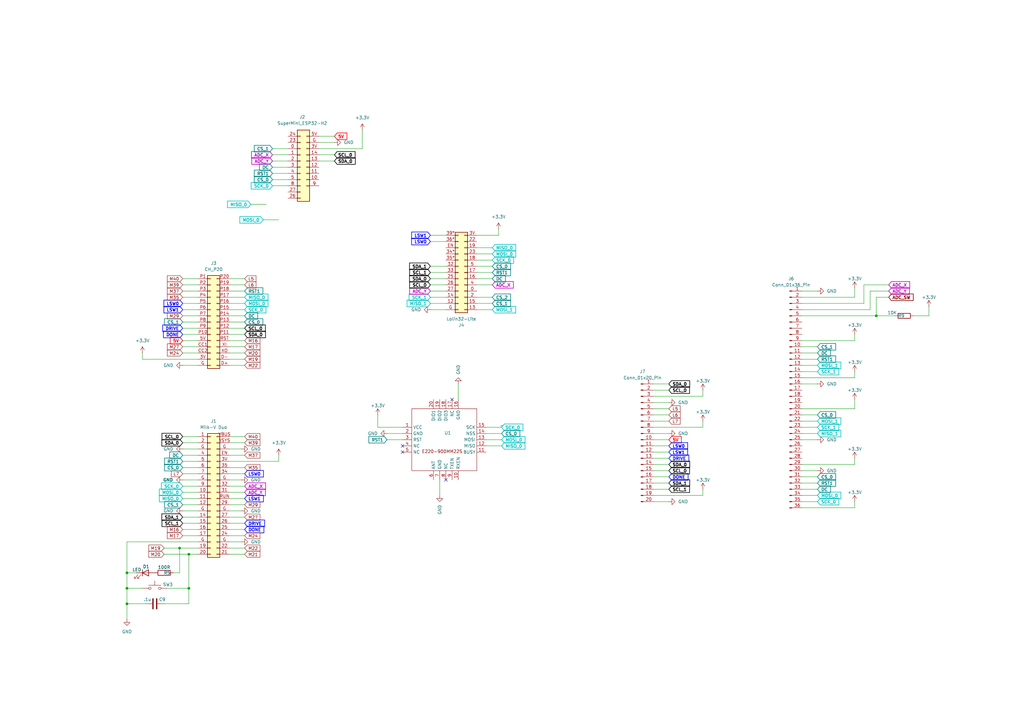
<source format=kicad_sch>
(kicad_sch (version 20250114) (generator "eeschema") (generator_version "9.0")
  (paper "A3")
  (junction (at 359.41 129.54))
  (junction (at 52.07 247.65))
  (junction (at 77.47 241.3))
  (junction (at 77.47 227.33))
  (junction (at 52.07 241.3))
  (junction (at 52.07 234.95))
  (junction (at 73.66 224.79))
  (no_connect (at 182.88 196.85))
  (no_connect (at 165.1 182.88))
  (no_connect (at 165.1 185.42))
  (no_connect (at 185.42 163.83))
  (wire (pts (xy 328.93 154.94) (xy 350.52 154.94)))
  (wire (pts (xy 328.93 152.4) (xy 335.28 152.4)))
  (wire (pts (xy 176.53 124.46) (xy 182.88 124.46)))
  (wire (pts (xy 137.16 55.88) (xy 130.81 55.88)))
  (wire (pts (xy 114.3 186.69) (xy 114.3 189.23)))
  (wire (pts (xy 328.93 121.92) (xy 350.52 121.92)))
  (wire (pts (xy 350.52 190.5) (xy 350.52 187.96)))
  (wire (pts (xy 74.93 196.85) (xy 81.28 196.85)))
  (wire (pts (xy 267.97 195.58) (xy 274.32 195.58)))
  (wire (pts (xy 201.93 106.68) (xy 195.58 106.68)))
  (wire (pts (xy 100.33 119.38) (xy 93.98 119.38)))
  (wire (pts (xy 77.47 247.65) (xy 77.47 241.3)))
  (wire (pts (xy 328.93 157.48) (xy 335.28 157.48)))
  (wire (pts (xy 201.93 104.14) (xy 195.58 104.14)))
  (wire (pts (xy 118.11 66.04) (xy 111.76 66.04)))
  (wire (pts (xy 205.74 182.88) (xy 199.39 182.88)))
  (wire (pts (xy 74.93 181.61) (xy 81.28 181.61)))
  (wire (pts (xy 182.88 114.3) (xy 176.53 114.3)))
  (wire (pts (xy 267.97 182.88) (xy 274.32 182.88)))
  (wire (pts (xy 148.59 53.34) (xy 148.59 60.96)))
  (wire (pts (xy 187.96 163.83) (xy 187.96 157.48)))
  (wire (pts (xy 328.93 119.38) (xy 335.28 119.38)))
  (wire (pts (xy 204.47 93.98) (xy 204.47 96.52)))
  (wire (pts (xy 93.98 114.3) (xy 100.33 114.3)))
  (wire (pts (xy 52.07 247.65) (xy 59.69 247.65)))
  (wire (pts (xy 328.93 139.7) (xy 350.52 139.7)))
  (wire (pts (xy 58.42 144.78) (xy 58.42 147.32)))
  (wire (pts (xy 182.88 119.38) (xy 176.53 119.38)))
  (wire (pts (xy 52.07 241.3) (xy 52.07 247.65)))
  (wire (pts (xy 93.98 147.32) (xy 100.33 147.32)))
  (wire (pts (xy 328.93 198.12) (xy 335.28 198.12)))
  (wire (pts (xy 74.93 149.86) (xy 81.28 149.86)))
  (wire (pts (xy 52.07 241.3) (xy 58.42 241.3)))
  (wire (pts (xy 74.93 139.7) (xy 81.28 139.7)))
  (wire (pts (xy 68.58 241.3) (xy 77.47 241.3)))
  (wire (pts (xy 165.1 177.8) (xy 158.75 177.8)))
  (wire (pts (xy 328.93 200.66) (xy 335.28 200.66)))
  (wire (pts (xy 130.81 63.5) (xy 137.16 63.5)))
  (wire (pts (xy 93.98 181.61) (xy 100.33 181.61)))
  (wire (pts (xy 93.98 219.71) (xy 100.33 219.71)))
  (wire (pts (xy 328.93 149.86) (xy 335.28 149.86)))
  (wire (pts (xy 350.52 154.94) (xy 350.52 152.4)))
  (wire (pts (xy 274.32 180.34) (xy 267.97 180.34)))
  (wire (pts (xy 328.93 124.46) (xy 354.33 124.46)))
  (wire (pts (xy 93.98 191.77) (xy 100.33 191.77)))
  (wire (pts (xy 93.98 224.79) (xy 100.33 224.79)))
  (wire (pts (xy 74.93 214.63) (xy 81.28 214.63)))
  (wire (pts (xy 201.93 121.92) (xy 195.58 121.92)))
  (wire (pts (xy 93.98 214.63) (xy 100.33 214.63)))
  (wire (pts (xy 350.52 139.7) (xy 350.52 137.16)))
  (wire (pts (xy 182.88 99.06) (xy 176.53 99.06)))
  (wire (pts (xy 288.29 172.72) (xy 288.29 175.26)))
  (wire (pts (xy 180.34 196.85) (xy 180.34 203.2)))
  (wire (pts (xy 100.33 137.16) (xy 93.98 137.16)))
  (wire (pts (xy 182.88 109.22) (xy 176.53 109.22)))
  (wire (pts (xy 176.53 127) (xy 182.88 127)))
  (wire (pts (xy 267.97 177.8) (xy 274.32 177.8)))
  (wire (pts (xy 182.88 111.76) (xy 176.53 111.76)))
  (wire (pts (xy 52.07 234.95) (xy 52.07 241.3)))
  (wire (pts (xy 81.28 142.24) (xy 74.93 142.24)))
  (wire (pts (xy 93.98 199.39) (xy 100.33 199.39)))
  (wire (pts (xy 93.98 179.07) (xy 100.33 179.07)))
  (wire (pts (xy 328.93 129.54) (xy 359.41 129.54)))
  (wire (pts (xy 359.41 121.92) (xy 364.49 121.92)))
  (wire (pts (xy 130.81 60.96) (xy 148.59 60.96)))
  (wire (pts (xy 81.28 147.32) (xy 58.42 147.32)))
  (wire (pts (xy 93.98 207.01) (xy 100.33 207.01)))
  (wire (pts (xy 73.66 224.79) (xy 67.31 224.79)))
  (wire (pts (xy 201.93 111.76) (xy 195.58 111.76)))
  (wire (pts (xy 74.93 184.15) (xy 81.28 184.15)))
  (wire (pts (xy 328.93 170.18) (xy 335.28 170.18)))
  (wire (pts (xy 267.97 200.66) (xy 274.32 200.66)))
  (wire (pts (xy 74.93 212.09) (xy 81.28 212.09)))
  (wire (pts (xy 350.52 208.28) (xy 350.52 205.74)))
  (wire (pts (xy 111.76 76.2) (xy 118.11 76.2)))
  (wire (pts (xy 267.97 165.1) (xy 274.32 165.1)))
  (wire (pts (xy 195.58 116.84) (xy 201.93 116.84)))
  (wire (pts (xy 93.98 116.84) (xy 100.33 116.84)))
  (wire (pts (xy 74.93 189.23) (xy 81.28 189.23)))
  (wire (pts (xy 93.98 189.23) (xy 114.3 189.23)))
  (wire (pts (xy 328.93 203.2) (xy 335.28 203.2)))
  (wire (pts (xy 328.93 142.24) (xy 335.28 142.24)))
  (wire (pts (xy 201.93 109.22) (xy 195.58 109.22)))
  (wire (pts (xy 74.93 204.47) (xy 81.28 204.47)))
  (wire (pts (xy 81.28 224.79) (xy 73.66 224.79)))
  (wire (pts (xy 267.97 198.12) (xy 274.32 198.12)))
  (wire (pts (xy 93.98 139.7) (xy 100.33 139.7)))
  (wire (pts (xy 350.52 167.64) (xy 350.52 163.83)))
  (wire (pts (xy 52.07 222.25) (xy 52.07 234.95)))
  (wire (pts (xy 267.97 205.74) (xy 274.32 205.74)))
  (wire (pts (xy 99.06 209.55) (xy 93.98 209.55)))
  (wire (pts (xy 328.93 127) (xy 356.87 127)))
  (wire (pts (xy 328.93 180.34) (xy 335.28 180.34)))
  (wire (pts (xy 102.87 83.82) (xy 109.22 83.82)))
  (wire (pts (xy 93.98 201.93) (xy 100.33 201.93)))
  (wire (pts (xy 288.29 200.66) (xy 288.29 203.2)))
  (wire (pts (xy 130.81 66.04) (xy 137.16 66.04)))
  (wire (pts (xy 99.06 196.85) (xy 93.98 196.85)))
  (wire (pts (xy 350.52 118.11) (xy 350.52 121.92)))
  (wire (pts (xy 201.93 101.6) (xy 195.58 101.6)))
  (wire (pts (xy 354.33 116.84) (xy 364.49 116.84)))
  (wire (pts (xy 81.28 219.71) (xy 74.93 219.71)))
  (wire (pts (xy 328.93 193.04) (xy 335.28 193.04)))
  (wire (pts (xy 182.88 96.52) (xy 176.53 96.52)))
  (wire (pts (xy 93.98 194.31) (xy 100.33 194.31)))
  (wire (pts (xy 205.74 180.34) (xy 199.39 180.34)))
  (wire (pts (xy 328.93 172.72) (xy 335.28 172.72)))
  (wire (pts (xy 74.93 209.55) (xy 81.28 209.55)))
  (wire (pts (xy 267.97 170.18) (xy 274.32 170.18)))
  (wire (pts (xy 118.11 68.58) (xy 111.76 68.58)))
  (wire (pts (xy 73.66 224.79) (xy 73.66 234.95)))
  (wire (pts (xy 100.33 121.92) (xy 93.98 121.92)))
  (wire (pts (xy 93.98 217.17) (xy 100.33 217.17)))
  (wire (pts (xy 328.93 208.28) (xy 350.52 208.28)))
  (wire (pts (xy 55.88 234.95) (xy 52.07 234.95)))
  (wire (pts (xy 81.28 116.84) (xy 74.93 116.84)))
  (wire (pts (xy 74.93 179.07) (xy 81.28 179.07)))
  (wire (pts (xy 328.93 144.78) (xy 335.28 144.78)))
  (wire (pts (xy 100.33 127) (xy 93.98 127)))
  (wire (pts (xy 93.98 212.09) (xy 100.33 212.09)))
  (wire (pts (xy 100.33 129.54) (xy 93.98 129.54)))
  (wire (pts (xy 74.93 199.39) (xy 81.28 199.39)))
  (wire (pts (xy 328.93 177.8) (xy 335.28 177.8)))
  (wire (pts (xy 356.87 119.38) (xy 356.87 127)))
  (wire (pts (xy 107.95 90.17) (xy 114.3 90.17)))
  (wire (pts (xy 81.28 124.46) (xy 74.93 124.46)))
  (wire (pts (xy 111.76 63.5) (xy 118.11 63.5)))
  (wire (pts (xy 288.29 203.2) (xy 267.97 203.2)))
  (wire (pts (xy 81.28 119.38) (xy 74.93 119.38)))
  (wire (pts (xy 100.33 134.62) (xy 93.98 134.62)))
  (wire (pts (xy 93.98 186.69) (xy 100.33 186.69)))
  (wire (pts (xy 359.41 121.92) (xy 359.41 129.54)))
  (wire (pts (xy 77.47 227.33) (xy 67.31 227.33)))
  (wire (pts (xy 74.93 186.69) (xy 81.28 186.69)))
  (wire (pts (xy 201.93 114.3) (xy 195.58 114.3)))
  (wire (pts (xy 100.33 132.08) (xy 93.98 132.08)))
  (wire (pts (xy 267.97 160.02) (xy 274.32 160.02)))
  (wire (pts (xy 93.98 149.86) (xy 100.33 149.86)))
  (wire (pts (xy 111.76 71.12) (xy 118.11 71.12)))
  (wire (pts (xy 52.07 247.65) (xy 52.07 254)))
  (wire (pts (xy 158.75 180.34) (xy 165.1 180.34)))
  (wire (pts (xy 93.98 144.78) (xy 100.33 144.78)))
  (wire (pts (xy 74.93 132.08) (xy 81.28 132.08)))
  (wire (pts (xy 195.58 96.52) (xy 204.47 96.52)))
  (wire (pts (xy 328.93 147.32) (xy 335.28 147.32)))
  (wire (pts (xy 288.29 175.26) (xy 267.97 175.26)))
  (wire (pts (xy 288.29 162.56) (xy 267.97 162.56)))
  (wire (pts (xy 73.66 234.95) (xy 71.12 234.95)))
  (wire (pts (xy 328.93 195.58) (xy 335.28 195.58)))
  (wire (pts (xy 267.97 193.04) (xy 274.32 193.04)))
  (wire (pts (xy 201.93 127) (xy 195.58 127)))
  (wire (pts (xy 81.28 144.78) (xy 74.93 144.78)))
  (wire (pts (xy 359.41 129.54) (xy 367.03 129.54)))
  (wire (pts (xy 93.98 204.47) (xy 100.33 204.47)))
  (wire (pts (xy 100.33 124.46) (xy 93.98 124.46)))
  (wire (pts (xy 52.07 222.25) (xy 81.28 222.25)))
  (wire (pts (xy 81.28 114.3) (xy 74.93 114.3)))
  (wire (pts (xy 74.93 191.77) (xy 81.28 191.77)))
  (wire (pts (xy 81.28 194.31) (xy 74.93 194.31)))
  (wire (pts (xy 81.28 134.62) (xy 74.93 134.62)))
  (wire (pts (xy 77.47 227.33) (xy 77.47 241.3)))
  (wire (pts (xy 374.65 129.54) (xy 381 129.54)))
  (wire (pts (xy 328.93 205.74) (xy 335.28 205.74)))
  (wire (pts (xy 267.97 190.5) (xy 274.32 190.5)))
  (wire (pts (xy 81.28 137.16) (xy 74.93 137.16)))
  (wire (pts (xy 328.93 190.5) (xy 350.52 190.5)))
  (wire (pts (xy 154.94 170.18) (xy 154.94 175.26)))
  (wire (pts (xy 130.81 58.42) (xy 137.16 58.42)))
  (wire (pts (xy 288.29 160.02) (xy 288.29 162.56)))
  (wire (pts (xy 182.88 116.84) (xy 176.53 116.84)))
  (wire (pts (xy 328.93 175.26) (xy 335.28 175.26)))
  (wire (pts (xy 267.97 157.48) (xy 274.32 157.48)))
  (wire (pts (xy 267.97 167.64) (xy 274.32 167.64)))
  (wire (pts (xy 99.06 222.25) (xy 93.98 222.25)))
  (wire (pts (xy 77.47 227.33) (xy 81.28 227.33)))
  (wire (pts (xy 81.28 217.17) (xy 74.93 217.17)))
  (wire (pts (xy 74.93 207.01) (xy 81.28 207.01)))
  (wire (pts (xy 93.98 142.24) (xy 100.33 142.24)))
  (wire (pts (xy 99.06 184.15) (xy 93.98 184.15)))
  (wire (pts (xy 205.74 177.8) (xy 199.39 177.8)))
  (wire (pts (xy 267.97 187.96) (xy 274.32 187.96)))
  (wire (pts (xy 267.97 185.42) (xy 274.32 185.42)))
  (wire (pts (xy 205.74 175.26) (xy 199.39 175.26)))
  (wire (pts (xy 111.76 73.66) (xy 118.11 73.66)))
  (wire (pts (xy 81.28 121.92) (xy 74.93 121.92)))
  (wire (pts (xy 356.87 119.38) (xy 364.49 119.38)))
  (wire (pts (xy 93.98 227.33) (xy 100.33 227.33)))
  (wire (pts (xy 81.28 127) (xy 74.93 127)))
  (wire (pts (xy 67.31 247.65) (xy 77.47 247.65)))
  (wire (pts (xy 111.76 60.96) (xy 118.11 60.96)))
  (wire (pts (xy 201.93 124.46) (xy 195.58 124.46)))
  (wire (pts (xy 81.28 129.54) (xy 74.93 129.54)))
  (wire (pts (xy 328.93 167.64) (xy 350.52 167.64)))
  (wire (pts (xy 267.97 172.72) (xy 274.32 172.72)))
  (wire (pts (xy 381 125.73) (xy 381 129.54)))
  (wire (pts (xy 354.33 116.84) (xy 354.33 124.46)))
  (wire (pts (xy 154.94 175.26) (xy 165.1 175.26)))
  (wire (pts (xy 176.53 121.92) (xy 182.88 121.92)))
  (wire (pts (xy 74.93 201.93) (xy 81.28 201.93)))
  (global_label "MOSI_0" (shape input) (at 201.93 104.14 0) (effects (font (thickness 0.254) (bold yes))) (property "Intersheetrefs" "${INTERSHEET_REFS}" (effects (hide yes))))
  (global_label "SCL_0" (shape input) (at 74.93 179.07 180) (effects (font (thickness 0.254) (bold yes))) (property "Intersheetrefs" "${INTERSHEET_REFS}" (effects (hide yes))))
  (global_label "M20" (shape input) (at 67.31 227.33 180) (effects (font (thickness 0.1588))) (property "Intersheetrefs" "${INTERSHEET_REFS}" (effects (hide yes))))
  (global_label "SCL_1" (shape input) (at 176.53 111.76 180) (effects (font (thickness 0.254) (bold yes))) (property "Intersheetrefs" "${INTERSHEET_REFS}" (effects (hide yes))))
  (global_label "M20" (shape input) (at 100.33 144.78 0) (effects (font (thickness 0.1588))) (property "Intersheetrefs" "${INTERSHEET_REFS}" (effects (hide yes))))
  (global_label "MISO_0" (shape input) (at 100.33 121.92 0) (effects (font (thickness 0.254) (bold yes))) (property "Intersheetrefs" "${INTERSHEET_REFS}" (effects (hide yes))))
  (global_label "SDA_0" (shape input) (at 137.16 66.04 0) (effects (font (thickness 0.254) (bold yes))) (property "Intersheetrefs" "${INTERSHEET_REFS}" (effects (hide yes))))
  (global_label "M16" (shape input) (at 74.93 217.17 180) (effects (font (thickness 0.1588))) (property "Intersheetrefs" "${INTERSHEET_REFS}" (effects (hide yes))))
  (global_label "ADC_SW" (shape input) (at 364.49 121.92 0) (effects (font (thickness 0.254) (bold yes))) (property "Intersheetrefs" "${INTERSHEET_REFS}" (effects (hide yes))))
  (global_label "DC" (shape input) (at 335.28 144.78 0) (effects (font (thickness 0.254) (bold yes))) (property "Intersheetrefs" "${INTERSHEET_REFS}" (effects (hide yes))))
  (global_label "SCL_0" (shape input) (at 274.32 160.02 0) (effects (font (thickness 0.254) (bold yes))) (property "Intersheetrefs" "${INTERSHEET_REFS}" (effects (hide yes))))
  (global_label "DC" (shape input) (at 74.93 186.69 180) (effects (font (thickness 0.254) (bold yes))) (property "Intersheetrefs" "${INTERSHEET_REFS}" (effects (hide yes))))
  (global_label "MOSI_0" (shape input) (at 107.95 90.17 180) (effects (font (thickness 0.254) (bold yes))) (property "Intersheetrefs" "${INTERSHEET_REFS}" (effects (hide yes))))
  (global_label "L6" (shape input) (at 100.33 116.84 0) (effects (font (thickness 0.1588))) (property "Intersheetrefs" "${INTERSHEET_REFS}" (effects (hide yes))))
  (global_label "RST1" (shape input) (at 158.75 180.34 180) (effects (font (thickness 0.254) (bold yes))) (property "Intersheetrefs" "${INTERSHEET_REFS}" (effects (hide yes))))
  (global_label "L6" (shape input) (at 274.32 170.18 0) (effects (font (thickness 0.1588))) (property "Intersheetrefs" "${INTERSHEET_REFS}" (effects (hide yes))))
  (global_label "SDA_1" (shape input) (at 274.32 198.12 0) (effects (font (thickness 0.254) (bold yes))) (property "Intersheetrefs" "${INTERSHEET_REFS}" (effects (hide yes))))
  (global_label "LSW1" (shape input) (at 100.33 204.47 0) (effects (font (thickness 0.254) (bold yes))) (property "Intersheetrefs" "${INTERSHEET_REFS}" (effects (hide yes))))
  (global_label "M17" (shape input) (at 100.33 142.24 0) (effects (font (thickness 0.1588))) (property "Intersheetrefs" "${INTERSHEET_REFS}" (effects (hide yes))))
  (global_label "LSW1" (shape input) (at 176.53 96.52 180) (effects (font (thickness 0.254) (bold yes))) (property "Intersheetrefs" "${INTERSHEET_REFS}" (effects (hide yes))))
  (global_label "CS_0" (shape input) (at 335.28 170.18 0) (effects (font (thickness 0.254) (bold yes))) (property "Intersheetrefs" "${INTERSHEET_REFS}" (effects (hide yes))))
  (global_label "ADC_X" (shape input) (at 364.49 116.84 0) (effects (font (thickness 0.254) (bold yes))) (property "Intersheetrefs" "${INTERSHEET_REFS}" (effects (hide yes))))
  (global_label "M17" (shape input) (at 74.93 219.71 180) (effects (font (thickness 0.1588))) (property "Intersheetrefs" "${INTERSHEET_REFS}" (effects (hide yes))))
  (global_label "RST1" (shape input) (at 100.33 119.38 0) (effects (font (thickness 0.254) (bold yes))) (property "Intersheetrefs" "${INTERSHEET_REFS}" (effects (hide yes))))
  (global_label "DC" (shape input) (at 335.28 200.66 0) (effects (font (thickness 0.254) (bold yes))) (property "Intersheetrefs" "${INTERSHEET_REFS}" (effects (hide yes))))
  (global_label "CS_1" (shape input) (at 335.28 142.24 0) (effects (font (thickness 0.254) (bold yes))) (property "Intersheetrefs" "${INTERSHEET_REFS}" (effects (hide yes))))
  (global_label "LSW0" (shape input) (at 74.93 124.46 180) (effects (font (thickness 0.254) (bold yes))) (property "Intersheetrefs" "${INTERSHEET_REFS}" (effects (hide yes))))
  (global_label "SCK_0" (shape input) (at 335.28 205.74 0) (effects (font (thickness 0.254) (bold yes))) (property "Intersheetrefs" "${INTERSHEET_REFS}" (effects (hide yes))))
  (global_label "M29" (shape input) (at 100.33 207.01 0) (effects (font (thickness 0.1588))) (property "Intersheetrefs" "${INTERSHEET_REFS}" (effects (hide yes))))
  (global_label "SDA_0" (shape input) (at 100.33 137.16 0) (effects (font (thickness 0.254) (bold yes))) (property "Intersheetrefs" "${INTERSHEET_REFS}" (effects (hide yes))))
  (global_label "MISO_0" (shape input) (at 205.74 182.88 0) (effects (font (thickness 0.254) (bold yes))) (property "Intersheetrefs" "${INTERSHEET_REFS}" (effects (hide yes))))
  (global_label "M16" (shape input) (at 100.33 139.7 0) (effects (font (thickness 0.1588))) (property "Intersheetrefs" "${INTERSHEET_REFS}" (effects (hide yes))))
  (global_label "5V" (shape input) (at 137.16 55.88 0) (effects (font (thickness 0.254) (bold yes))) (property "Intersheetrefs" "${INTERSHEET_REFS}" (effects (hide yes))))
  (global_label "SCL_1" (shape input) (at 74.93 214.63 180) (effects (font (thickness 0.254) (bold yes))) (property "Intersheetrefs" "${INTERSHEET_REFS}" (effects (hide yes))))
  (global_label "MOSI_1" (shape input) (at 335.28 149.86 0) (effects (font (thickness 0.254) (bold yes))) (property "Intersheetrefs" "${INTERSHEET_REFS}" (effects (hide yes))))
  (global_label "MOSI_1" (shape input) (at 201.93 127 0) (effects (font (thickness 0.254) (bold yes))) (property "Intersheetrefs" "${INTERSHEET_REFS}" (effects (hide yes))))
  (global_label "MISO_0" (shape input) (at 102.87 83.82 180) (effects (font (thickness 0.254) (bold yes))) (property "Intersheetrefs" "${INTERSHEET_REFS}" (effects (hide yes))))
  (global_label "SCK_0" (shape input) (at 201.93 106.68 0) (effects (font (thickness 0.254) (bold yes))) (property "Intersheetrefs" "${INTERSHEET_REFS}" (effects (hide yes))))
  (global_label "SCK_1" (shape input) (at 176.53 121.92 180) (effects (font (thickness 0.254) (bold yes))) (property "Intersheetrefs" "${INTERSHEET_REFS}" (effects (hide yes))))
  (global_label "SCK_1" (shape input) (at 335.28 175.26 0) (effects (font (thickness 0.254) (bold yes))) (property "Intersheetrefs" "${INTERSHEET_REFS}" (effects (hide yes))))
  (global_label "CS_0" (shape input) (at 205.74 177.8 0) (effects (font (thickness 0.254) (bold yes))) (property "Intersheetrefs" "${INTERSHEET_REFS}" (effects (hide yes))))
  (global_label "M37" (shape input) (at 74.93 119.38 180) (effects (font (thickness 0.1588))) (property "Intersheetrefs" "${INTERSHEET_REFS}" (effects (hide yes))))
  (global_label "SDA_1" (shape input) (at 176.53 109.22 180) (effects (font (thickness 0.254) (bold yes))) (property "Intersheetrefs" "${INTERSHEET_REFS}" (effects (hide yes))))
  (global_label "LSW0" (shape input) (at 274.32 182.88 0) (effects (font (thickness 0.254) (bold yes))) (property "Intersheetrefs" "${INTERSHEET_REFS}" (effects (hide yes))))
  (global_label "DC" (shape input) (at 111.76 68.58 180) (effects (font (thickness 0.254) (bold yes))) (property "Intersheetrefs" "${INTERSHEET_REFS}" (effects (hide yes))))
  (global_label "M27" (shape input) (at 100.33 212.09 0) (effects (font (thickness 0.1588))) (property "Intersheetrefs" "${INTERSHEET_REFS}" (effects (hide yes))))
  (global_label "M24" (shape input) (at 100.33 219.71 0) (effects (font (thickness 0.1588))) (property "Intersheetrefs" "${INTERSHEET_REFS}" (effects (hide yes))))
  (global_label "M21" (shape input) (at 100.33 227.33 0) (effects (font (thickness 0.1588))) (property "Intersheetrefs" "${INTERSHEET_REFS}" (effects (hide yes))))
  (global_label "M40" (shape input) (at 100.33 179.07 0) (effects (font (thickness 0.1588))) (property "Intersheetrefs" "${INTERSHEET_REFS}" (effects (hide yes))))
  (global_label "ADC_X" (shape input) (at 201.93 116.84 0) (effects (font (thickness 0.254) (bold yes))) (property "Intersheetrefs" "${INTERSHEET_REFS}" (effects (hide yes))))
  (global_label "CS_1" (shape input) (at 74.93 207.01 180) (effects (font (thickness 0.254) (bold yes))) (property "Intersheetrefs" "${INTERSHEET_REFS}" (effects (hide yes))))
  (global_label "ADC_Y" (shape input) (at 364.49 119.38 0) (effects (font (thickness 0.254) (bold yes))) (property "Intersheetrefs" "${INTERSHEET_REFS}" (effects (hide yes))))
  (global_label "DRIVE" (shape input) (at 274.32 187.96 0) (effects (font (thickness 0.254) (bold yes))) (property "Intersheetrefs" "${INTERSHEET_REFS}" (effects (hide yes))))
  (global_label "M19" (shape input) (at 67.31 224.79 180) (effects (font (thickness 0.1588))) (property "Intersheetrefs" "${INTERSHEET_REFS}" (effects (hide yes))))
  (global_label "SCL_0" (shape input) (at 137.16 63.5 0) (effects (font (thickness 0.254) (bold yes))) (property "Intersheetrefs" "${INTERSHEET_REFS}" (effects (hide yes))))
  (global_label "M22" (shape input) (at 100.33 149.86 0) (effects (font (thickness 0.1588))) (property "Intersheetrefs" "${INTERSHEET_REFS}" (effects (hide yes))))
  (global_label "SDA_0" (shape input) (at 274.32 190.5 0) (effects (font (thickness 0.254) (bold yes))) (property "Intersheetrefs" "${INTERSHEET_REFS}" (effects (hide yes))))
  (global_label "M35" (shape input) (at 74.93 121.92 180) (effects (font (thickness 0.1588))) (property "Intersheetrefs" "${INTERSHEET_REFS}" (effects (hide yes))))
  (global_label "DONE" (shape input) (at 274.32 195.58 0) (effects (font (thickness 0.254) (bold yes))) (property "Intersheetrefs" "${INTERSHEET_REFS}" (effects (hide yes))))
  (global_label "CS_1" (shape input) (at 201.93 124.46 0) (effects (font (thickness 0.254) (bold yes))) (property "Intersheetrefs" "${INTERSHEET_REFS}" (effects (hide yes))))
  (global_label "L5" (shape input) (at 274.32 167.64 0) (effects (font (thickness 0.1588))) (property "Intersheetrefs" "${INTERSHEET_REFS}" (effects (hide yes))))
  (global_label "M24" (shape input) (at 74.93 144.78 180) (effects (font (thickness 0.1588))) (property "Intersheetrefs" "${INTERSHEET_REFS}" (effects (hide yes))))
  (global_label "SCK_0" (shape input) (at 100.33 127 0) (effects (font (thickness 0.254) (bold yes))) (property "Intersheetrefs" "${INTERSHEET_REFS}" (effects (hide yes))))
  (global_label "SCK_0" (shape input) (at 74.93 199.39 180) (effects (font (thickness 0.254) (bold yes))) (property "Intersheetrefs" "${INTERSHEET_REFS}" (effects (hide yes))))
  (global_label "CS_1" (shape input) (at 111.76 60.96 180) (effects (font (thickness 0.254) (bold yes))) (property "Intersheetrefs" "${INTERSHEET_REFS}" (effects (hide yes))))
  (global_label "5V" (shape input) (at 74.93 139.7 180) (effects (font (thickness 0.254) (bold yes))) (property "Intersheetrefs" "${INTERSHEET_REFS}" (effects (hide yes))))
  (global_label "M35" (shape input) (at 100.33 191.77 0) (effects (font (thickness 0.1588))) (property "Intersheetrefs" "${INTERSHEET_REFS}" (effects (hide yes))))
  (global_label "LSW0" (shape input) (at 100.33 194.31 0) (effects (font (thickness 0.254) (bold yes))) (property "Intersheetrefs" "${INTERSHEET_REFS}" (effects (hide yes))))
  (global_label "M39" (shape input) (at 74.93 116.84 180) (effects (font (thickness 0.1588))) (property "Intersheetrefs" "${INTERSHEET_REFS}" (effects (hide yes))))
  (global_label "MOSI_0" (shape input) (at 74.93 201.93 180) (effects (font (thickness 0.254) (bold yes))) (property "Intersheetrefs" "${INTERSHEET_REFS}" (effects (hide yes))))
  (global_label "MOSI_0" (shape input) (at 100.33 124.46 0) (effects (font (thickness 0.254) (bold yes))) (property "Intersheetrefs" "${INTERSHEET_REFS}" (effects (hide yes))))
  (global_label "MISO_0" (shape input) (at 74.93 204.47 180) (effects (font (thickness 0.254) (bold yes))) (property "Intersheetrefs" "${INTERSHEET_REFS}" (effects (hide yes))))
  (global_label "DC" (shape input) (at 100.33 129.54 0) (effects (font (thickness 0.254) (bold yes))) (property "Intersheetrefs" "${INTERSHEET_REFS}" (effects (hide yes))))
  (global_label "MOSI_1" (shape input) (at 335.28 172.72 0) (effects (font (thickness 0.254) (bold yes))) (property "Intersheetrefs" "${INTERSHEET_REFS}" (effects (hide yes))))
  (global_label "SCL_0" (shape input) (at 274.32 193.04 0) (effects (font (thickness 0.254) (bold yes))) (property "Intersheetrefs" "${INTERSHEET_REFS}" (effects (hide yes))))
  (global_label "DONE" (shape input) (at 74.93 137.16 180) (effects (font (thickness 0.254) (bold yes))) (property "Intersheetrefs" "${INTERSHEET_REFS}" (effects (hide yes))))
  (global_label "SDA_0" (shape input) (at 274.32 157.48 0) (effects (font (thickness 0.254) (bold yes))) (property "Intersheetrefs" "${INTERSHEET_REFS}" (effects (hide yes))))
  (global_label "CS_0" (shape input) (at 335.28 195.58 0) (effects (font (thickness 0.254) (bold yes))) (property "Intersheetrefs" "${INTERSHEET_REFS}" (effects (hide yes))))
  (global_label "SDA_1" (shape input) (at 74.93 212.09 180) (effects (font (thickness 0.254) (bold yes))) (property "Intersheetrefs" "${INTERSHEET_REFS}" (effects (hide yes))))
  (global_label "CS_1" (shape input) (at 74.93 132.08 180) (effects (font (thickness 0.254) (bold yes))) (property "Intersheetrefs" "${INTERSHEET_REFS}" (effects (hide yes))))
  (global_label "5V" (shape input) (at 274.32 180.34 0) (effects (font (thickness 0.254) (bold yes))) (property "Intersheetrefs" "${INTERSHEET_REFS}" (effects (hide yes))))
  (global_label "LSW1" (shape input) (at 74.93 127 180) (effects (font (thickness 0.254) (bold yes))) (property "Intersheetrefs" "${INTERSHEET_REFS}" (effects (hide yes))))
  (global_label "LSW0" (shape input) (at 176.53 99.06 180) (effects (font (thickness 0.254) (bold yes))) (property "Intersheetrefs" "${INTERSHEET_REFS}" (effects (hide yes))))
  (global_label "M29" (shape input) (at 74.93 129.54 180) (effects (font (thickness 0.1588))) (property "Intersheetrefs" "${INTERSHEET_REFS}" (effects (hide yes))))
  (global_label "M39" (shape input) (at 100.33 181.61 0) (effects (font (thickness 0.1588))) (property "Intersheetrefs" "${INTERSHEET_REFS}" (effects (hide yes))))
  (global_label "M19" (shape input) (at 100.33 147.32 0) (effects (font (thickness 0.1588))) (property "Intersheetrefs" "${INTERSHEET_REFS}" (effects (hide yes))))
  (global_label "SCK_1" (shape input) (at 335.28 152.4 0) (effects (font (thickness 0.254) (bold yes))) (property "Intersheetrefs" "${INTERSHEET_REFS}" (effects (hide yes))))
  (global_label "M37" (shape input) (at 100.33 186.69 0) (effects (font (thickness 0.1588))) (property "Intersheetrefs" "${INTERSHEET_REFS}" (effects (hide yes))))
  (global_label "SCK_0" (shape input) (at 111.76 76.2 180) (effects (font (thickness 0.254) (bold yes))) (property "Intersheetrefs" "${INTERSHEET_REFS}" (effects (hide yes))))
  (global_label "MOSI_0" (shape input) (at 205.74 180.34 0) (effects (font (thickness 0.254) (bold yes))) (property "Intersheetrefs" "${INTERSHEET_REFS}" (effects (hide yes))))
  (global_label "SCL_1" (shape input) (at 274.32 200.66 0) (effects (font (thickness 0.254) (bold yes))) (property "Intersheetrefs" "${INTERSHEET_REFS}" (effects (hide yes))))
  (global_label "SDA_0" (shape input) (at 74.93 181.61 180) (effects (font (thickness 0.254) (bold yes))) (property "Intersheetrefs" "${INTERSHEET_REFS}" (effects (hide yes))))
  (global_label "ADC_Y" (shape input) (at 176.53 119.38 180) (effects (font (thickness 0.254) (bold yes))) (property "Intersheetrefs" "${INTERSHEET_REFS}" (effects (hide yes))))
  (global_label "CS_0" (shape input) (at 100.33 132.08 0) (effects (font (thickness 0.254) (bold yes))) (property "Intersheetrefs" "${INTERSHEET_REFS}" (effects (hide yes))))
  (global_label "SCK_0" (shape input) (at 205.74 175.26 0) (effects (font (thickness 0.254) (bold yes))) (property "Intersheetrefs" "${INTERSHEET_REFS}" (effects (hide yes))))
  (global_label "M27" (shape input) (at 74.93 142.24 180) (effects (font (thickness 0.1588))) (property "Intersheetrefs" "${INTERSHEET_REFS}" (effects (hide yes))))
  (global_label "MISO_1" (shape input) (at 335.28 177.8 0) (effects (font (thickness 0.254) (bold yes))) (property "Intersheetrefs" "${INTERSHEET_REFS}" (effects (hide yes))))
  (global_label "CS_0" (shape input) (at 111.76 73.66 180) (effects (font (thickness 0.254) (bold yes))) (property "Intersheetrefs" "${INTERSHEET_REFS}" (effects (hide yes))))
  (global_label "ADC_X" (shape input) (at 111.76 63.5 180) (effects (font (thickness 0.254) (bold yes))) (property "Intersheetrefs" "${INTERSHEET_REFS}" (effects (hide yes))))
  (global_label "CS_0" (shape input) (at 74.93 191.77 180) (effects (font (thickness 0.254) (bold yes))) (property "Intersheetrefs" "${INTERSHEET_REFS}" (effects (hide yes))))
  (global_label "SCL_0" (shape input) (at 100.33 134.62 0) (effects (font (thickness 0.254) (bold yes))) (property "Intersheetrefs" "${INTERSHEET_REFS}" (effects (hide yes))))
  (global_label "MOSI_0" (shape input) (at 335.28 203.2 0) (effects (font (thickness 0.254) (bold yes))) (property "Intersheetrefs" "${INTERSHEET_REFS}" (effects (hide yes))))
  (global_label "CS_2" (shape input) (at 201.93 121.92 0) (effects (font (thickness 0.254) (bold yes))) (property "Intersheetrefs" "${INTERSHEET_REFS}" (effects (hide yes))))
  (global_label "ADC_X" (shape input) (at 100.33 199.39 0) (effects (font (thickness 0.254) (bold yes))) (property "Intersheetrefs" "${INTERSHEET_REFS}" (effects (hide yes))))
  (global_label "CS_0" (shape input) (at 201.93 109.22 0) (effects (font (thickness 0.254) (bold yes))) (property "Intersheetrefs" "${INTERSHEET_REFS}" (effects (hide yes))))
  (global_label "DRIVE" (shape input) (at 100.33 214.63 0) (effects (font (thickness 0.254) (bold yes))) (property "Intersheetrefs" "${INTERSHEET_REFS}" (effects (hide yes))))
  (global_label "MISO_1" (shape input) (at 176.53 124.46 180) (effects (font (thickness 0.254) (bold yes))) (property "Intersheetrefs" "${INTERSHEET_REFS}" (effects (hide yes))))
  (global_label "RST1" (shape input) (at 74.93 189.23 180) (effects (font (thickness 0.254) (bold yes))) (property "Intersheetrefs" "${INTERSHEET_REFS}" (effects (hide yes))))
  (global_label "L7" (shape input) (at 274.32 172.72 0) (effects (font (thickness 0.1588))) (property "Intersheetrefs" "${INTERSHEET_REFS}" (effects (hide yes))))
  (global_label "RST1" (shape input) (at 335.28 198.12 0) (effects (font (thickness 0.254) (bold yes))) (property "Intersheetrefs" "${INTERSHEET_REFS}" (effects (hide yes))))
  (global_label "RST1" (shape input) (at 111.76 71.12 180) (effects (font (thickness 0.254) (bold yes))) (property "Intersheetrefs" "${INTERSHEET_REFS}" (effects (hide yes))))
  (global_label "LSW1" (shape input) (at 274.32 185.42 0) (effects (font (thickness 0.254) (bold yes))) (property "Intersheetrefs" "${INTERSHEET_REFS}" (effects (hide yes))))
  (global_label "RST1" (shape input) (at 201.93 111.76 0) (effects (font (thickness 0.254) (bold yes))) (property "Intersheetrefs" "${INTERSHEET_REFS}" (effects (hide yes))))
  (global_label "L5" (shape input) (at 100.33 114.3 0) (effects (font (thickness 0.1588))) (property "Intersheetrefs" "${INTERSHEET_REFS}" (effects (hide yes))))
  (global_label "L7" (shape input) (at 74.93 194.31 180) (effects (font (thickness 0.1588))) (property "Intersheetrefs" "${INTERSHEET_REFS}" (effects (hide yes))))
  (global_label "SCL_0" (shape input) (at 176.53 116.84 180) (effects (font (thickness 0.254) (bold yes))) (property "Intersheetrefs" "${INTERSHEET_REFS}" (effects (hide yes))))
  (global_label "M40" (shape input) (at 74.93 114.3 180) (effects (font (thickness 0.1588))) (property "Intersheetrefs" "${INTERSHEET_REFS}" (effects (hide yes))))
  (global_label "MISO_0" (shape input) (at 201.93 101.6 0) (effects (font (thickness 0.254) (bold yes))) (property "Intersheetrefs" "${INTERSHEET_REFS}" (effects (hide yes))))
  (global_label "DRIVE" (shape input) (at 74.93 134.62 180) (effects (font (thickness 0.254) (bold yes))) (property "Intersheetrefs" "${INTERSHEET_REFS}" (effects (hide yes))))
  (global_label "ADC_Y" (shape input) (at 100.33 201.93 0) (effects (font (thickness 0.254) (bold yes))) (property "Intersheetrefs" "${INTERSHEET_REFS}" (effects (hide yes))))
  (global_label "ADC_Y" (shape input) (at 111.76 66.04 180) (effects (font (thickness 0.254) (bold yes))) (property "Intersheetrefs" "${INTERSHEET_REFS}" (effects (hide yes))))
  (global_label "M22" (shape input) (at 100.33 224.79 0) (effects (font (thickness 0.1588))) (property "Intersheetrefs" "${INTERSHEET_REFS}" (effects (hide yes))))
  (global_label "SDA_0" (shape input) (at 176.53 114.3 180) (effects (font (thickness 0.254) (bold yes))) (property "Intersheetrefs" "${INTERSHEET_REFS}" (effects (hide yes))))
  (global_label "DONE" (shape input) (at 100.33 217.17 0) (effects (font (thickness 0.254) (bold yes))) (property "Intersheetrefs" "${INTERSHEET_REFS}" (effects (hide yes))))
  (global_label "DC" (shape input) (at 201.93 114.3 0) (effects (font (thickness 0.254) (bold yes))) (property "Intersheetrefs" "${INTERSHEET_REFS}" (effects (hide yes))))
  (global_label "RST1" (shape input) (at 335.28 147.32 0) (effects (font (thickness 0.254) (bold yes))) (property "Intersheetrefs" "${INTERSHEET_REFS}" (effects (hide yes))))
  (symbol (lib_id "power:+3.3V") (at 350.52 118.11 0) (unit 1)
    (property "Reference" "#PWR07" (effects (hide yes)))
    (property "Value" "+3.3V" (at 350.52 114.3 0))
  )
  (symbol (lib_id "power:GND") (at 335.28 119.38 90) (unit 1)
    (property "Reference" "#PWR049" (effects (hide yes)))
    (property "Value" "GND" (at 339.09 119.3799 90) (effects (justify right)))
  )
  (symbol (lib_id "Connector:Conn_01x20_Pin") (at 262.89 180.34 0) (unit 1)
    (property "Reference" "J7" (at 263.525 152.4 0))
    (property "Value" "Conn_01x20_Pin" (at 263.525 154.94 0))
    (property "Footprint" "Connector_PinHeader_2.54mm:PinHeader_1x20_P2.54mm_Vertical" (effects (hide yes)))
    (property "Description" "Generic connector, single row, 01x20, script generated" (effects (hide yes)))
  )
  (symbol (lib_name "GND_1") (lib_id "power:GND") (at 99.06 209.55 90) (mirror x) (unit 1)
    (property "Reference" "#PWR031" (effects (hide yes)))
    (property "Value" "GND" (at 102.87 209.5499 90) (effects (justify right)))
    (property "Description" "Power symbol creates a global label with name \"GND\" , ground" (effects (hide yes)))
  )
  (symbol (lib_id "Switch:SW_Push") (at 63.5 241.3 0) (mirror y) (unit 1)
    (property "Reference" "SW3" (at 68.834 239.776 0))
    (property "Value" "SW_Push" (effects (hide yes)))
    (property "Footprint" "Button_Switch_SMD:SW_SPST_PTS810" (effects (hide yes)))
  )
  (symbol (lib_name "GND_1") (lib_id "power:GND") (at 74.93 196.85 270) (unit 1)
    (property "Reference" "#PWR027" (effects (hide yes)))
    (property "Value" "GND" (at 71.12 196.8499 90) (effects (font (thickness 0.254) (bold yes)) (justify right)))
    (property "Description" "Power symbol creates a global label with name \"GND\" , ground" (effects (hide yes)))
  )
  (symbol (lib_id "power:+3.3V") (at 148.59 53.34 0) (unit 1)
    (property "Reference" "#PWR019" (effects (hide yes)))
    (property "Value" "+3.3V" (at 148.59 48.26 0))
    (property "Description" "Power symbol creates a global label with name \"+3.3V\"" (effects (hide yes)))
  )
  (symbol (lib_id "power:GND") (at 158.75 177.8 270) (unit 1)
    (property "Reference" "#PWR053" (effects (hide yes)))
    (property "Value" "GND" (at 154.94 177.8001 90) (effects (justify right)))
  )
  (symbol (lib_id "Connector_Generic:Conn_02x20_Counter_Clockwise") (at 86.36 201.93 0) (unit 1)
    (property "Reference" "J1" (at 87.63 172.72 0))
    (property "Value" "Milk-V Duo" (at 87.63 175.26 0))
    (property "Footprint" "IOT-Mess-Footprints:Milk-V Duo" (effects (hide yes)))
    (property "Description" "Generic connector, double row, 02x20, counter clockwise pin numbering scheme (similar to DIP package numbering), script generated (kicad-library-utils/schlib/autogen/connector/)" (effects (hide yes)))
  )
  (symbol (lib_name "GND_1") (lib_id "power:GND") (at 335.28 180.34 90) (mirror x) (unit 1)
    (property "Reference" "#PWR040" (effects (hide yes)))
    (property "Value" "GND" (at 339.09 180.3399 90) (effects (justify right)))
    (property "Description" "Power symbol creates a global label with name \"GND\" , ground" (effects (hide yes)))
  )
  (symbol (lib_name "GND_1") (lib_id "power:GND") (at 137.16 58.42 90) (mirror x) (unit 1)
    (property "Reference" "#PWR033" (effects (hide yes)))
    (property "Value" "GND" (at 140.97 58.4199 90) (effects (justify right)))
    (property "Description" "Power symbol creates a global label with name \"GND\" , ground" (effects (hide yes)))
  )
  (symbol (lib_id "power:+3.3V") (at 350.52 187.96 0) (unit 1)
    (property "Reference" "#PWR046" (effects (hide yes)))
    (property "Value" "+3.3V" (at 350.52 184.15 0))
  )
  (symbol (lib_id "power:GND") (at 274.32 205.74 90) (unit 1)
    (property "Reference" "#PWR047" (effects (hide yes)))
    (property "Value" "GND" (at 278.13 205.7399 90) (effects (justify right)))
  )
  (symbol (lib_name "GND_1") (lib_id "power:GND") (at 52.07 254 0) (unit 1)
    (property "Reference" "#PWR09" (effects (hide yes)))
    (property "Value" "GND" (at 52.07 259.08 0))
    (property "Description" "Power symbol creates a global label with name \"GND\" , ground" (effects (hide yes)))
  )
  (symbol (lib_name "GND_1") (lib_id "power:GND") (at 99.06 184.15 90) (mirror x) (unit 1)
    (property "Reference" "#PWR029" (effects (hide yes)))
    (property "Value" "GND" (at 102.87 184.1499 90) (effects (justify right)))
    (property "Description" "Power symbol creates a global label with name \"GND\" , ground" (effects (hide yes)))
  )
  (symbol (lib_id "power:GND") (at 274.32 177.8 90) (unit 1)
    (property "Reference" "#PWR050" (effects (hide yes)))
    (property "Value" "GND" (at 278.13 177.7999 90) (effects (justify right)))
  )
  (symbol (lib_id "Connector:Conn_01x36_Pin") (at 323.85 162.56 0) (unit 1)
    (property "Reference" "J6" (at 324.485 114.3 0))
    (property "Value" "Conn_01x36_Pin" (at 324.485 116.84 0))
    (property "Footprint" "Connector_PinHeader_2.54mm:PinHeader_1x36_P2.54mm_Vertical" (effects (hide yes)))
    (property "Description" "Generic connector, single row, 01x36, script generated" (effects (hide yes)))
  )
  (symbol (lib_id "power:+3.3V") (at 350.52 205.74 0) (unit 1)
    (property "Reference" "#PWR045" (effects (hide yes)))
    (property "Value" "+3.3V" (at 350.52 201.93 0))
  )
  (symbol (lib_id "power:+3.3V") (at 288.29 160.02 0) (unit 1)
    (property "Reference" "#PWR038" (effects (hide yes)))
    (property "Value" "+3.3V" (at 288.29 156.21 0))
  )
  (symbol (lib_name "GND_1") (lib_id "power:GND") (at 335.28 193.04 90) (mirror x) (unit 1)
    (property "Reference" "#PWR035" (effects (hide yes)))
    (property "Value" "GND" (at 339.09 193.0399 90) (effects (justify right)))
    (property "Description" "Power symbol creates a global label with name \"GND\" , ground" (effects (hide yes)))
  )
  (symbol (lib_name "GND_1") (lib_id "power:GND") (at 176.53 127 270) (mirror x) (unit 1)
    (property "Reference" "#PWR034" (effects (hide yes)))
    (property "Value" "GND" (at 172.72 127.0001 90) (effects (justify right)))
    (property "Description" "Power symbol creates a global label with name \"GND\" , ground" (effects (hide yes)))
  )
  (symbol (lib_id "power:GND") (at 274.32 165.1 90) (unit 1)
    (property "Reference" "#PWR039" (effects (hide yes)))
    (property "Value" "GND" (at 278.13 165.0999 90) (effects (justify right)))
  )
  (symbol (lib_id "power:+3.3V") (at 114.3 186.69 0) (unit 1)
    (property "Reference" "#PWR022" (effects (hide yes)))
    (property "Value" "+3.3V" (at 114.3 181.61 0))
    (property "Description" "Power symbol creates a global label with name \"+3.3V\"" (effects (hide yes)))
  )
  (symbol (lib_id "Device:R") (at 370.84 129.54 270) (unit 1)
    (property "Reference" "R9" (at 368.3 129.54 90) (effects (justify left)))
    (property "Value" "10K" (at 363.982 128.27 90) (effects (justify left)))
    (property "Footprint" "Resistor_SMD:R_0603_1608Metric" (effects (hide yes)))
  )
  (symbol (lib_id "IOT-Mess:Lolin32-Lite") (at 190.5 111.76 180) (unit 1)
    (property "Reference" "J4" (at 189.23 133.35 0))
    (property "Value" "Lolin32-Lite" (at 189.23 130.81 0))
    (property "Footprint" "IOT-Mess-Footprints:Lolin32-Lite" (effects (hide yes)))
    (property "Description" "Generic connector, double row, 02x13, row letter last pin numbering scheme (pin number consists of a letter for the row and a number for the pin index in this row. 1a, ..., Na; 1b, ..., Nb)), script generated (kicad-library-utils/schlib/autogen/connector/)" (effects (hide yes)))
  )
  (symbol (lib_id "power:+3.3V") (at 58.42 144.78 0) (mirror y) (unit 1)
    (property "Reference" "#PWR020" (effects (hide yes)))
    (property "Value" "+3.3V" (at 58.42 139.7 0))
    (property "Description" "Power symbol creates a global label with name \"+3.3V\"" (effects (hide yes)))
  )
  (symbol (lib_id "power:GND") (at 335.28 157.48 90) (unit 1)
    (property "Reference" "#PWR041" (effects (hide yes)))
    (property "Value" "GND" (at 339.09 157.4799 90) (effects (justify right)))
  )
  (symbol (lib_id "power:+3.3V") (at 288.29 172.72 0) (unit 1)
    (property "Reference" "#PWR051" (effects (hide yes)))
    (property "Value" "+3.3V" (at 288.29 168.91 0))
  )
  (symbol (lib_id "power:+3.3V") (at 381 125.73 0) (unit 1)
    (property "Reference" "#PWR06" (effects (hide yes)))
    (property "Value" "+3.3V" (at 381 121.92 0))
  )
  (symbol (lib_id "IOT-Mess:SuperMini_ESP32-H2") (at 123.19 66.04 0) (unit 1)
    (property "Reference" "J2" (at 123.952 48.006 0))
    (property "Value" "SuperMini_ESP32-H2" (at 123.952 50.546 0))
    (property "Footprint" "IOT-Mess-Footprints:SuperMiniH2" (effects (hide yes)))
    (property "Description" "Generic connector, double row, 02x09, counter clockwise pin numbering scheme (similar to DIP package numbering), script generated (kicad-library-utils/schlib/autogen/connector/)" (effects (hide yes)))
  )
  (symbol (lib_name "LED_1") (lib_id "Device:LED") (at 59.69 234.95 0) (unit 1)
    (property "Reference" "D1" (at 59.944 232.41 0))
    (property "Value" "LED" (at 56.134 233.68 0))
    (property "Footprint" "LED_SMD:LED_0603_1608Metric" (effects (hide yes)))
    (property "Description" "Light emitting diode" (effects (hide yes)))
    (property "Sim.Pins" "1=K 2=A" (effects (hide yes)))
  )
  (symbol (lib_id "IOT-Mess:E220-900") (at 182.88 180.34 0) (unit 1)
    (property "Reference" "U1" (at 183.642 177.546 0))
    (property "Value" "~" (at 205.74 174.5549 0))
    (property "Footprint" "IOT-Mess-Footprints:E220-900" (effects (hide yes)))
  )
  (symbol (lib_id "power:GND") (at 187.96 157.48 180) (unit 1)
    (property "Reference" "#PWR052" (effects (hide yes)))
    (property "Value" "GND" (at 187.9599 153.67 90) (effects (justify right)))
  )
  (symbol (lib_id "power:+3.3V") (at 350.52 152.4 0) (unit 1)
    (property "Reference" "#PWR044" (effects (hide yes)))
    (property "Value" "+3.3V" (at 350.52 148.59 0))
  )
  (symbol (lib_name "GND_1") (lib_id "power:GND") (at 99.06 222.25 90) (mirror x) (unit 1)
    (property "Reference" "#PWR032" (effects (hide yes)))
    (property "Value" "GND" (at 102.87 222.2499 90) (effects (justify right)))
    (property "Description" "Power symbol creates a global label with name \"GND\" , ground" (effects (hide yes)))
  )
  (symbol (lib_name "GND_1") (lib_id "power:GND") (at 74.93 149.86 270) (mirror x) (unit 1)
    (property "Reference" "#PWR036" (effects (hide yes)))
    (property "Value" "GND" (at 71.12 149.8601 90) (effects (justify right)))
    (property "Description" "Power symbol creates a global label with name \"GND\" , ground" (effects (hide yes)))
  )
  (symbol (lib_id "power:+3.3V") (at 288.29 200.66 0) (unit 1)
    (property "Reference" "#PWR048" (effects (hide yes)))
    (property "Value" "+3.3V" (at 288.29 196.85 0))
  )
  (symbol (lib_id "power:+3.3V") (at 350.52 137.16 0) (unit 1)
    (property "Reference" "#PWR043" (effects (hide yes)))
    (property "Value" "+3.3V" (at 350.52 133.35 0))
  )
  (symbol (lib_name "GND_1") (lib_id "power:GND") (at 74.93 209.55 270) (unit 1)
    (property "Reference" "#PWR028" (effects (hide yes)))
    (property "Value" "GND" (at 71.12 209.5499 90) (effects (font (thickness 0.1588)) (justify right)))
    (property "Description" "Power symbol creates a global label with name \"GND\" , ground" (effects (hide yes)))
  )
  (symbol (lib_name "GND_1") (lib_id "power:GND") (at 99.06 196.85 90) (mirror x) (unit 1)
    (property "Reference" "#PWR030" (effects (hide yes)))
    (property "Value" "GND" (at 102.87 196.8499 90) (effects (justify right)))
    (property "Description" "Power symbol creates a global label with name \"GND\" , ground" (effects (hide yes)))
  )
  (symbol (lib_id "Device:R") (at 67.31 234.95 90) (mirror x) (unit 1)
    (property "Reference" "R5" (at 69.85 234.95 90) (effects (justify left)))
    (property "Value" "100R" (at 69.85 232.664 90) (effects (justify left)))
    (property "Footprint" "Resistor_SMD:R_0603_1608Metric" (effects (hide yes)))
  )
  (symbol (lib_id "power:GND") (at 180.34 203.2 0) (unit 1)
    (property "Reference" "#PWR054" (effects (hide yes)))
    (property "Value" "GND" (at 180.3401 207.01 90) (effects (justify right)))
  )
  (symbol (lib_name "GND_1") (lib_id "power:GND") (at 74.93 184.15 270) (unit 1)
    (property "Reference" "#PWR026" (effects (hide yes)))
    (property "Value" "GND" (at 71.12 184.1499 90) (effects (justify right)))
    (property "Description" "Power symbol creates a global label with name \"GND\" , ground" (effects (hide yes)))
  )
  (symbol (lib_id "power:+3.3V") (at 154.94 170.18 0) (unit 1)
    (property "Reference" "#PWR055" (effects (hide yes)))
    (property "Value" "+3.3V" (at 154.94 166.37 0))
  )
  (symbol (lib_id "power:+3.3V") (at 350.52 163.83 0) (unit 1)
    (property "Reference" "#PWR042" (effects (hide yes)))
    (property "Value" "+3.3V" (at 350.52 160.02 0))
  )
  (symbol (lib_id "power:+3.3V") (at 204.47 93.98 0) (unit 1)
    (property "Reference" "#PWR021" (effects (hide yes)))
    (property "Value" "+3.3V" (at 204.47 88.9 0))
    (property "Description" "Power symbol creates a global label with name \"+3.3V\"" (effects (hide yes)))
  )
  (symbol (lib_id "Device:C") (at 63.5 247.65 90) (mirror x) (unit 1)
    (property "Reference" "C9" (at 66.548 245.872 90))
    (property "Value" ".1u" (at 60.452 245.872 90))
    (property "Footprint" "Capacitor_SMD:C_0603_1608Metric" (effects (hide yes)))
  )
  (symbol (lib_id "IOT-Mess:CH_P20") (at 86.36 132.08 0) (unit 1)
    (property "Reference" "J3" (at 87.63 107.95 0))
    (property "Value" "CH_P20" (at 87.63 110.49 0))
    (property "Footprint" "IOT-Mess-Footprints:CH_P20" (effects (hide yes)))
    (property "Description" "Generic connector, double row, 02x15, top/bottom pin numbering scheme (row 1: 1...pins_per_row, row2: pins_per_row+1 ... num_pins), script generated (kicad-library-utils/schlib/autogen/connector/)" (effects (hide yes)))
  )
)
</source>
